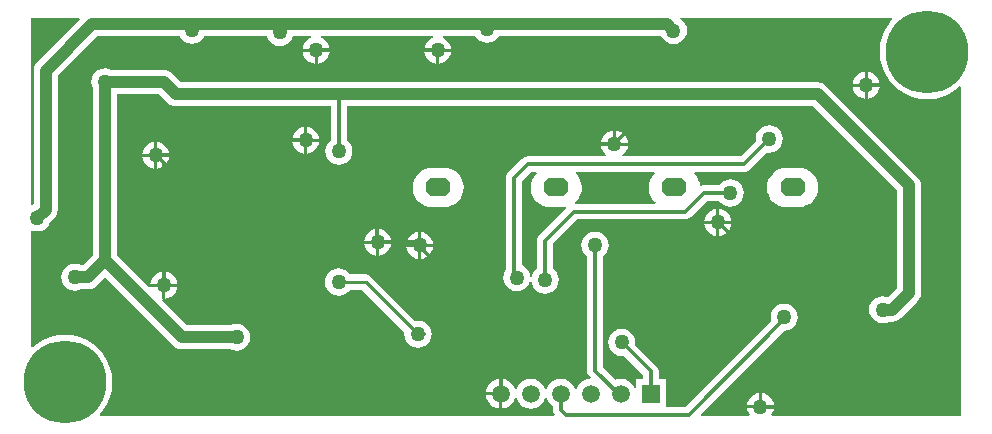
<source format=gbl>
%FSLAX25Y25*%
%MOIN*%
G70*
G01*
G75*
G04 Layer_Physical_Order=2*
G04 Layer_Color=16711680*
%ADD10R,0.05118X0.03937*%
%ADD11R,0.03937X0.05118*%
%ADD12R,0.04921X0.06299*%
%ADD13R,0.06299X0.04921*%
%ADD14R,0.04724X0.02559*%
%ADD15O,0.02362X0.09449*%
%ADD16R,0.02362X0.09449*%
%ADD17O,0.02362X0.08661*%
%ADD18R,0.02362X0.08661*%
%ADD19R,0.07284X0.04724*%
%ADD20O,0.15748X0.05906*%
%ADD21R,0.15748X0.05906*%
%ADD22O,0.15748X0.05906*%
%ADD23O,0.05906X0.15748*%
%ADD24R,0.05906X0.15748*%
%ADD25O,0.05906X0.15748*%
%ADD26C,0.01200*%
%ADD27C,0.03937*%
%ADD28C,0.01000*%
%ADD29C,0.02000*%
%ADD30C,0.03150*%
%ADD31C,0.00472*%
%ADD32C,0.27559*%
%ADD33C,0.05906*%
%ADD34R,0.05906X0.05906*%
G04:AMPARAMS|DCode=35|XSize=78.74mil|YSize=60mil|CornerRadius=0mil|HoleSize=0mil|Usage=FLASHONLY|Rotation=0.000|XOffset=0mil|YOffset=0mil|HoleType=Round|Shape=Octagon|*
%AMOCTAGOND35*
4,1,8,0.03937,-0.01500,0.03937,0.01500,0.02437,0.03000,-0.02437,0.03000,-0.03937,0.01500,-0.03937,-0.01500,-0.02437,-0.03000,0.02437,-0.03000,0.03937,-0.01500,0.0*
%
%ADD35OCTAGOND35*%

%ADD36C,0.05000*%
G36*
X18690Y309211D02*
X4444Y294964D01*
X3808Y294135D01*
X3525Y293453D01*
X3408Y293170D01*
X3271Y292134D01*
Y247676D01*
X2830Y247441D01*
X2602Y247593D01*
Y309673D01*
X18499D01*
X18690Y309211D01*
D02*
G37*
G36*
X289550Y309219D02*
X288355Y307819D01*
X287057Y305702D01*
X286107Y303407D01*
X285527Y300992D01*
X285332Y298516D01*
X285527Y296040D01*
X286107Y293624D01*
X287057Y291330D01*
X288355Y289212D01*
X289968Y287323D01*
X291857Y285710D01*
X293975Y284413D01*
X296269Y283462D01*
X298685Y282882D01*
X301161Y282687D01*
X303637Y282882D01*
X306052Y283462D01*
X308347Y284413D01*
X310464Y285710D01*
X311864Y286906D01*
X312318Y286696D01*
Y177122D01*
X249476D01*
X249255Y177571D01*
X249531Y177931D01*
X249984Y179025D01*
X250073Y179700D01*
X241127D01*
X241216Y179025D01*
X241669Y177931D01*
X241945Y177571D01*
X241724Y177122D01*
X225810D01*
X225619Y177584D01*
X253496Y205462D01*
X253500Y205461D01*
X254675Y205616D01*
X255769Y206069D01*
X256709Y206791D01*
X257431Y207731D01*
X257884Y208825D01*
X258039Y210000D01*
X257884Y211175D01*
X257431Y212269D01*
X256709Y213209D01*
X255769Y213931D01*
X254675Y214384D01*
X253500Y214539D01*
X252325Y214384D01*
X251231Y213931D01*
X250291Y213209D01*
X249569Y212269D01*
X249116Y211175D01*
X248961Y210000D01*
X249116Y208825D01*
X249212Y208594D01*
X220640Y180022D01*
X213993D01*
Y189453D01*
X211663D01*
Y191900D01*
X211663Y191900D01*
X211573Y192579D01*
X211311Y193211D01*
X210894Y193754D01*
X210894Y193754D01*
X203782Y200866D01*
X203879Y201600D01*
X203724Y202775D01*
X203271Y203869D01*
X202550Y204809D01*
X201610Y205531D01*
X200515Y205984D01*
X199340Y206139D01*
X198165Y205984D01*
X197071Y205531D01*
X196131Y204809D01*
X195409Y203869D01*
X194956Y202775D01*
X194801Y201600D01*
X194956Y200425D01*
X195409Y199331D01*
X196131Y198391D01*
X197071Y197669D01*
X198165Y197216D01*
X199340Y197061D01*
X200074Y197158D01*
X206418Y190814D01*
Y189453D01*
X204087D01*
Y186539D01*
X203597Y186441D01*
X203366Y186998D01*
X202572Y188032D01*
X201538Y188826D01*
X200333Y189325D01*
X199040Y189496D01*
X197747Y189325D01*
X197236Y189113D01*
X193063Y193286D01*
Y230340D01*
X193650Y230791D01*
X194371Y231731D01*
X194824Y232825D01*
X194979Y234000D01*
X194824Y235175D01*
X194371Y236269D01*
X193650Y237209D01*
X192710Y237931D01*
X191615Y238384D01*
X190440Y238539D01*
X189265Y238384D01*
X188171Y237931D01*
X187231Y237209D01*
X186509Y236269D01*
X186056Y235175D01*
X185901Y234000D01*
X186056Y232825D01*
X186509Y231731D01*
X187231Y230791D01*
X187818Y230340D01*
Y192200D01*
X187818Y192200D01*
X187907Y191521D01*
X188169Y190889D01*
X188586Y190346D01*
X188990Y189941D01*
X188830Y189468D01*
X187747Y189325D01*
X186542Y188826D01*
X185508Y188032D01*
X184714Y186998D01*
X184290Y185975D01*
X183790D01*
X183366Y186998D01*
X182572Y188032D01*
X181538Y188826D01*
X180333Y189325D01*
X179040Y189496D01*
X177747Y189325D01*
X176542Y188826D01*
X175508Y188032D01*
X174714Y186998D01*
X174290Y185975D01*
X173790D01*
X173366Y186998D01*
X172573Y188032D01*
X171538Y188826D01*
X170333Y189325D01*
X169040Y189496D01*
X167747Y189325D01*
X166542Y188826D01*
X165508Y188032D01*
X164714Y186998D01*
X164290Y185975D01*
X163790D01*
X163366Y186998D01*
X162573Y188032D01*
X161538Y188826D01*
X160333Y189325D01*
X159540Y189430D01*
Y184499D01*
Y179570D01*
X160333Y179675D01*
X161538Y180174D01*
X162573Y180968D01*
X163366Y182002D01*
X163790Y183025D01*
X164290D01*
X164714Y182002D01*
X165508Y180968D01*
X166542Y180174D01*
X167747Y179675D01*
X169040Y179505D01*
X170333Y179675D01*
X171538Y180174D01*
X172573Y180968D01*
X173366Y182002D01*
X173790Y183025D01*
X174290D01*
X174714Y182002D01*
X175508Y180968D01*
X176418Y180270D01*
Y179200D01*
X176418Y179200D01*
X176507Y178521D01*
X176769Y177889D01*
X177013Y177571D01*
X176792Y177122D01*
X25579D01*
X25369Y177576D01*
X26564Y178976D01*
X27862Y181094D01*
X28813Y183388D01*
X29392Y185803D01*
X29587Y188279D01*
X29392Y190756D01*
X28813Y193171D01*
X27862Y195465D01*
X26564Y197583D01*
X24951Y199472D01*
X23063Y201085D01*
X20945Y202383D01*
X18650Y203333D01*
X16235Y203913D01*
X13759Y204108D01*
X11283Y203913D01*
X8868Y203333D01*
X6573Y202383D01*
X4455Y201085D01*
X3056Y199890D01*
X2602Y200099D01*
Y238607D01*
X3018Y238885D01*
X3425Y238716D01*
X4600Y238561D01*
X5775Y238716D01*
X6869Y239169D01*
X7809Y239891D01*
X8531Y240831D01*
X8912Y241752D01*
X10104Y242944D01*
X10740Y243773D01*
X10975Y244338D01*
X11140Y244738D01*
X11277Y245774D01*
Y290476D01*
X24498Y303697D01*
X52059D01*
X52169Y303431D01*
X52891Y302491D01*
X53831Y301769D01*
X54925Y301316D01*
X56100Y301161D01*
X57275Y301316D01*
X58369Y301769D01*
X59309Y302491D01*
X60031Y303431D01*
X60141Y303697D01*
X81027D01*
X81469Y302631D01*
X82191Y301691D01*
X83131Y300969D01*
X84225Y300516D01*
X85400Y300361D01*
X86575Y300516D01*
X87669Y300969D01*
X88609Y301691D01*
X89331Y302631D01*
X89773Y303697D01*
X95800D01*
X95897Y303207D01*
X95231Y302931D01*
X94291Y302209D01*
X93569Y301269D01*
X93116Y300175D01*
X93027Y299500D01*
X101973D01*
X101884Y300175D01*
X101431Y301269D01*
X100709Y302209D01*
X99769Y302931D01*
X99103Y303207D01*
X99200Y303697D01*
X136300D01*
X136397Y303207D01*
X135731Y302931D01*
X134791Y302209D01*
X134069Y301269D01*
X133616Y300175D01*
X133527Y299500D01*
X142473D01*
X142384Y300175D01*
X141931Y301269D01*
X141209Y302209D01*
X140269Y302931D01*
X139603Y303207D01*
X139700Y303697D01*
X150595D01*
X151291Y302791D01*
X152231Y302069D01*
X153325Y301616D01*
X154500Y301461D01*
X155675Y301616D01*
X156769Y302069D01*
X157709Y302791D01*
X158405Y303697D01*
X212476D01*
X212669Y303231D01*
X213391Y302291D01*
X214331Y301569D01*
X215425Y301116D01*
X216600Y300961D01*
X217775Y301116D01*
X218869Y301569D01*
X219809Y302291D01*
X220531Y303231D01*
X220984Y304325D01*
X221139Y305500D01*
X220984Y306675D01*
X220531Y307769D01*
X219809Y308709D01*
X218869Y309431D01*
X218918Y309673D01*
X289341D01*
X289550Y309219D01*
D02*
G37*
%LPC*%
G36*
X132500Y238373D02*
Y234400D01*
X136473D01*
X136384Y235075D01*
X135931Y236169D01*
X135209Y237109D01*
X134269Y237831D01*
X133175Y238284D01*
X132500Y238373D01*
D02*
G37*
G36*
X117500Y239473D02*
X116825Y239384D01*
X115731Y238931D01*
X114791Y238209D01*
X114069Y237269D01*
X113616Y236175D01*
X113527Y235500D01*
X117500D01*
Y239473D01*
D02*
G37*
G36*
X131500Y238373D02*
X130825Y238284D01*
X129731Y237831D01*
X128791Y237109D01*
X128069Y236169D01*
X127616Y235075D01*
X127527Y234400D01*
X131500D01*
Y238373D01*
D02*
G37*
G36*
X117500Y234500D02*
X113527D01*
X113616Y233825D01*
X114069Y232731D01*
X114791Y231791D01*
X115731Y231069D01*
X116825Y230616D01*
X117500Y230527D01*
Y234500D01*
D02*
G37*
G36*
X122473D02*
X118500D01*
Y230527D01*
X119175Y230616D01*
X120269Y231069D01*
X121209Y231791D01*
X121931Y232731D01*
X122384Y233825D01*
X122473Y234500D01*
D02*
G37*
G36*
X230900Y246073D02*
X230225Y245984D01*
X229131Y245531D01*
X228191Y244809D01*
X227469Y243869D01*
X227016Y242775D01*
X226927Y242100D01*
X230900D01*
Y246073D01*
D02*
G37*
G36*
X231900D02*
Y242100D01*
X235873D01*
X235784Y242775D01*
X235331Y243869D01*
X234609Y244809D01*
X233669Y245531D01*
X232575Y245984D01*
X231900Y246073D01*
D02*
G37*
G36*
X235873Y241100D02*
X231900D01*
Y237127D01*
X232575Y237216D01*
X233669Y237669D01*
X234609Y238391D01*
X235331Y239331D01*
X235784Y240425D01*
X235873Y241100D01*
D02*
G37*
G36*
X118500Y239473D02*
Y235500D01*
X122473D01*
X122384Y236175D01*
X121931Y237269D01*
X121209Y238209D01*
X120269Y238931D01*
X119175Y239384D01*
X118500Y239473D01*
D02*
G37*
G36*
X230900Y241100D02*
X226927D01*
X227016Y240425D01*
X227469Y239331D01*
X228191Y238391D01*
X229131Y237669D01*
X230225Y237216D01*
X230900Y237127D01*
Y241100D01*
D02*
G37*
G36*
X158540Y189430D02*
X157747Y189325D01*
X156542Y188826D01*
X155508Y188032D01*
X154714Y186998D01*
X154215Y185793D01*
X154111Y185000D01*
X158540D01*
Y189430D01*
D02*
G37*
G36*
X104970Y226239D02*
X103795Y226084D01*
X102700Y225631D01*
X101760Y224909D01*
X101039Y223969D01*
X100586Y222875D01*
X100431Y221700D01*
X100586Y220525D01*
X101039Y219431D01*
X101760Y218491D01*
X102700Y217769D01*
X103795Y217316D01*
X104970Y217161D01*
X106145Y217316D01*
X107239Y217769D01*
X108179Y218491D01*
X108686Y219151D01*
X112884D01*
X126910Y205125D01*
X126801Y204300D01*
X126956Y203125D01*
X127409Y202031D01*
X128131Y201091D01*
X129071Y200369D01*
X130165Y199916D01*
X131340Y199761D01*
X132515Y199916D01*
X133610Y200369D01*
X134550Y201091D01*
X135271Y202031D01*
X135724Y203125D01*
X135751Y203325D01*
X135873Y203621D01*
X135963Y204300D01*
X135873Y204979D01*
X135751Y205275D01*
X135724Y205475D01*
X135271Y206569D01*
X134550Y207509D01*
X133610Y208231D01*
X132515Y208684D01*
X131340Y208839D01*
X130515Y208730D01*
X115743Y223502D01*
X114916Y224055D01*
X113940Y224249D01*
X108686D01*
X108179Y224909D01*
X107239Y225631D01*
X106145Y226084D01*
X104970Y226239D01*
D02*
G37*
G36*
X246100Y184673D02*
Y180700D01*
X250073D01*
X249984Y181375D01*
X249531Y182469D01*
X248809Y183409D01*
X247869Y184131D01*
X246775Y184584D01*
X246100Y184673D01*
D02*
G37*
G36*
X158540Y184000D02*
X154111D01*
X154215Y183207D01*
X154714Y182002D01*
X155508Y180968D01*
X156542Y180174D01*
X157747Y179675D01*
X158540Y179570D01*
Y184000D01*
D02*
G37*
G36*
X245100Y184673D02*
X244425Y184584D01*
X243331Y184131D01*
X242391Y183409D01*
X241669Y182469D01*
X241216Y181375D01*
X241127Y180700D01*
X245100D01*
Y184673D01*
D02*
G37*
G36*
X51210Y220163D02*
X47237D01*
Y216190D01*
X47912Y216279D01*
X49006Y216732D01*
X49946Y217454D01*
X50668Y218394D01*
X51121Y219488D01*
X51210Y220163D01*
D02*
G37*
G36*
X131500Y233400D02*
X127527D01*
X127616Y232725D01*
X128069Y231631D01*
X128791Y230691D01*
X129731Y229969D01*
X130825Y229516D01*
X131500Y229427D01*
Y233400D01*
D02*
G37*
G36*
X136473D02*
X132500D01*
Y229427D01*
X133175Y229516D01*
X134269Y229969D01*
X135209Y230691D01*
X135931Y231631D01*
X136384Y232725D01*
X136473Y233400D01*
D02*
G37*
G36*
X47237Y225136D02*
Y221163D01*
X51210D01*
X51121Y221838D01*
X50668Y222932D01*
X49946Y223872D01*
X49006Y224594D01*
X47912Y225047D01*
X47237Y225136D01*
D02*
G37*
G36*
X27140Y292939D02*
X25965Y292784D01*
X24871Y292331D01*
X23931Y291609D01*
X23209Y290669D01*
X22756Y289575D01*
X22601Y288400D01*
X22756Y287225D01*
X23137Y286304D01*
Y265200D01*
Y230658D01*
X19782Y227303D01*
X19196D01*
X18275Y227684D01*
X17100Y227839D01*
X15925Y227684D01*
X14831Y227231D01*
X13891Y226509D01*
X13169Y225569D01*
X12716Y224475D01*
X12561Y223300D01*
X12716Y222125D01*
X13169Y221031D01*
X13891Y220091D01*
X14831Y219369D01*
X15925Y218916D01*
X17100Y218761D01*
X18275Y218916D01*
X19196Y219297D01*
X21440D01*
X22476Y219434D01*
X22759Y219551D01*
X23441Y219833D01*
X24271Y220470D01*
X27140Y223339D01*
X50010Y200470D01*
X50839Y199834D01*
X51521Y199551D01*
X51804Y199434D01*
X52840Y199297D01*
X68845D01*
X69765Y198916D01*
X70940Y198761D01*
X72115Y198916D01*
X73210Y199369D01*
X74150Y200091D01*
X74871Y201031D01*
X75324Y202125D01*
X75479Y203300D01*
X75324Y204475D01*
X74871Y205569D01*
X74150Y206509D01*
X73210Y207231D01*
X72115Y207684D01*
X70940Y207839D01*
X69765Y207684D01*
X68845Y207303D01*
X54498D01*
X46066Y215735D01*
X46287Y216183D01*
X46237Y216190D01*
Y220163D01*
X42264D01*
X42257Y220213D01*
X41809Y219992D01*
X31143Y230658D01*
Y265200D01*
Y284397D01*
X45042D01*
X47970Y281470D01*
X48799Y280834D01*
X49364Y280599D01*
X49764Y280434D01*
X50800Y280297D01*
X102418D01*
Y268960D01*
X101831Y268509D01*
X101109Y267569D01*
X100656Y266475D01*
X100501Y265300D01*
X100656Y264125D01*
X101109Y263031D01*
X101831Y262091D01*
X102771Y261369D01*
X103865Y260916D01*
X105040Y260761D01*
X106215Y260916D01*
X107310Y261369D01*
X108250Y262091D01*
X108971Y263031D01*
X109424Y264125D01*
X109579Y265300D01*
X109424Y266475D01*
X108971Y267569D01*
X108250Y268509D01*
X107663Y268960D01*
Y280297D01*
X263042D01*
X291097Y252242D01*
Y219658D01*
X288075Y216636D01*
X287475Y216884D01*
X286300Y217039D01*
X285125Y216884D01*
X284031Y216431D01*
X283091Y215709D01*
X282369Y214769D01*
X281916Y213675D01*
X281761Y212500D01*
X281916Y211325D01*
X282369Y210231D01*
X283091Y209291D01*
X284031Y208569D01*
X285125Y208116D01*
X286300Y207961D01*
X287475Y208116D01*
X288396Y208497D01*
X289600D01*
X290636Y208634D01*
X290919Y208751D01*
X291601Y209033D01*
X292430Y209670D01*
X297930Y215170D01*
X298567Y215999D01*
X298966Y216964D01*
X299103Y218000D01*
Y253900D01*
X298966Y254936D01*
X298849Y255219D01*
X298567Y255901D01*
X297930Y256730D01*
X267530Y287130D01*
X266701Y287767D01*
X266019Y288049D01*
X265736Y288166D01*
X264700Y288303D01*
X52458D01*
X49530Y291230D01*
X48701Y291866D01*
X48019Y292149D01*
X47736Y292266D01*
X46700Y292403D01*
X29236D01*
X28315Y292784D01*
X27140Y292939D01*
D02*
G37*
G36*
X46237Y225136D02*
X45562Y225047D01*
X44468Y224594D01*
X43528Y223872D01*
X42806Y222932D01*
X42353Y221838D01*
X42264Y221163D01*
X46237D01*
Y225136D01*
D02*
G37*
G36*
X140057Y259823D02*
X136120Y259775D01*
X134842Y259633D01*
X133616Y259245D01*
X132490Y258625D01*
X131506Y257797D01*
X130702Y256793D01*
X130110Y255652D01*
X129752Y254417D01*
X129641Y253136D01*
X129783Y251858D01*
X130171Y250632D01*
X130791Y249506D01*
X131619Y248522D01*
X132623Y247718D01*
X133764Y247126D01*
X134999Y246768D01*
X136280Y246657D01*
X140217Y246706D01*
X141495Y246847D01*
X142721Y247235D01*
X143847Y247855D01*
X144831Y248683D01*
X145635Y249687D01*
X146227Y250828D01*
X146585Y252063D01*
X146695Y253344D01*
X146554Y254622D01*
X146166Y255848D01*
X145546Y256975D01*
X144718Y257959D01*
X143714Y258762D01*
X142573Y259354D01*
X141338Y259713D01*
X140057Y259823D01*
D02*
G37*
G36*
X285273Y286800D02*
X281300D01*
Y282827D01*
X281975Y282916D01*
X283069Y283369D01*
X284009Y284091D01*
X284731Y285031D01*
X285184Y286125D01*
X285273Y286800D01*
D02*
G37*
G36*
X280300Y291773D02*
X279625Y291684D01*
X278531Y291231D01*
X277591Y290509D01*
X276869Y289569D01*
X276416Y288475D01*
X276327Y287800D01*
X280300D01*
Y291773D01*
D02*
G37*
G36*
Y286800D02*
X276327D01*
X276416Y286125D01*
X276869Y285031D01*
X277591Y284091D01*
X278531Y283369D01*
X279625Y282916D01*
X280300Y282827D01*
Y286800D01*
D02*
G37*
G36*
X93500Y273473D02*
X92825Y273384D01*
X91731Y272931D01*
X90791Y272209D01*
X90069Y271269D01*
X89616Y270175D01*
X89527Y269500D01*
X93500D01*
Y273473D01*
D02*
G37*
G36*
X94500D02*
Y269500D01*
X98473D01*
X98384Y270175D01*
X97931Y271269D01*
X97209Y272209D01*
X96269Y272931D01*
X95175Y273384D01*
X94500Y273473D01*
D02*
G37*
G36*
X137500Y298500D02*
X133527D01*
X133616Y297825D01*
X134069Y296731D01*
X134791Y295791D01*
X135731Y295069D01*
X136825Y294616D01*
X137500Y294527D01*
Y298500D01*
D02*
G37*
G36*
X142473D02*
X138500D01*
Y294527D01*
X139175Y294616D01*
X140269Y295069D01*
X141209Y295791D01*
X141931Y296731D01*
X142384Y297825D01*
X142473Y298500D01*
D02*
G37*
G36*
X101973D02*
X98000D01*
Y294527D01*
X98675Y294616D01*
X99769Y295069D01*
X100709Y295791D01*
X101431Y296731D01*
X101884Y297825D01*
X101973Y298500D01*
D02*
G37*
G36*
X281300Y291773D02*
Y287800D01*
X285273D01*
X285184Y288475D01*
X284731Y289569D01*
X284009Y290509D01*
X283069Y291231D01*
X281975Y291684D01*
X281300Y291773D01*
D02*
G37*
G36*
X97000Y298500D02*
X93027D01*
X93116Y297825D01*
X93569Y296731D01*
X94291Y295791D01*
X95231Y295069D01*
X96325Y294616D01*
X97000Y294527D01*
Y298500D01*
D02*
G37*
G36*
X197400Y272173D02*
Y268200D01*
X201373D01*
X201284Y268875D01*
X200831Y269969D01*
X200109Y270909D01*
X199169Y271631D01*
X198075Y272084D01*
X197400Y272173D01*
D02*
G37*
G36*
X248500Y273949D02*
X247325Y273794D01*
X246231Y273341D01*
X245291Y272620D01*
X244569Y271680D01*
X244116Y270585D01*
X243961Y269410D01*
X244058Y268677D01*
X239003Y263622D01*
X199756D01*
X199595Y264096D01*
X200109Y264491D01*
X200831Y265431D01*
X201284Y266525D01*
X201373Y267200D01*
X192427D01*
X192516Y266525D01*
X192969Y265431D01*
X193691Y264491D01*
X194205Y264096D01*
X194044Y263622D01*
X167940D01*
X167940Y263622D01*
X167261Y263533D01*
X166629Y263271D01*
X166086Y262854D01*
X166086Y262854D01*
X161586Y258354D01*
X161169Y257811D01*
X160907Y257179D01*
X160818Y256500D01*
X160818Y256500D01*
Y226002D01*
X160409Y225469D01*
X159956Y224375D01*
X159801Y223200D01*
X159956Y222025D01*
X160409Y220931D01*
X161131Y219991D01*
X162071Y219269D01*
X163165Y218816D01*
X164340Y218661D01*
X165515Y218816D01*
X166610Y219269D01*
X167550Y219991D01*
X168271Y220931D01*
X168724Y222025D01*
X168737Y222125D01*
X169237D01*
X169356Y221225D01*
X169809Y220131D01*
X170531Y219191D01*
X171471Y218469D01*
X172565Y218016D01*
X173740Y217861D01*
X174915Y218016D01*
X176010Y218469D01*
X176950Y219191D01*
X177671Y220131D01*
X178124Y221225D01*
X178279Y222400D01*
X178124Y223575D01*
X177671Y224669D01*
X176950Y225609D01*
X176363Y226060D01*
Y234414D01*
X184526Y242578D01*
X220439D01*
X220439Y242578D01*
X221117Y242667D01*
X221750Y242929D01*
X222293Y243346D01*
X227725Y248778D01*
X231880D01*
X232331Y248191D01*
X233271Y247469D01*
X234365Y247016D01*
X235540Y246861D01*
X236715Y247016D01*
X237810Y247469D01*
X238750Y248191D01*
X239471Y249131D01*
X239924Y250225D01*
X240079Y251400D01*
X239924Y252575D01*
X239471Y253669D01*
X238750Y254609D01*
X237810Y255331D01*
X236715Y255784D01*
X235540Y255939D01*
X234365Y255784D01*
X233271Y255331D01*
X232331Y254609D01*
X231880Y254022D01*
X226639D01*
X225960Y253933D01*
X225781Y253859D01*
X225350Y254113D01*
X225294Y254622D01*
X224906Y255848D01*
X224286Y256975D01*
X223458Y257959D01*
X223605Y258378D01*
X240090D01*
X240090Y258378D01*
X240769Y258467D01*
X241401Y258729D01*
X241944Y259146D01*
X247766Y264968D01*
X248500Y264871D01*
X249675Y265026D01*
X250769Y265479D01*
X251709Y266201D01*
X252431Y267141D01*
X252884Y268235D01*
X253039Y269410D01*
X252884Y270585D01*
X252431Y271680D01*
X251709Y272620D01*
X250769Y273341D01*
X249675Y273794D01*
X248500Y273949D01*
D02*
G37*
G36*
X43500Y268473D02*
X42825Y268384D01*
X41731Y267931D01*
X40791Y267209D01*
X40069Y266269D01*
X39616Y265175D01*
X39527Y264500D01*
X43500D01*
Y268473D01*
D02*
G37*
G36*
X48473Y263500D02*
X44500D01*
Y259527D01*
X45175Y259616D01*
X46269Y260069D01*
X47209Y260791D01*
X47931Y261731D01*
X48384Y262825D01*
X48473Y263500D01*
D02*
G37*
G36*
X258167Y259823D02*
X254230Y259775D01*
X252952Y259633D01*
X251727Y259245D01*
X250600Y258625D01*
X249616Y257797D01*
X248813Y256793D01*
X248220Y255652D01*
X247862Y254417D01*
X247752Y253136D01*
X247893Y251858D01*
X248282Y250632D01*
X248902Y249506D01*
X249729Y248522D01*
X250733Y247718D01*
X251874Y247126D01*
X253110Y246768D01*
X254391Y246657D01*
X258327Y246706D01*
X259605Y246847D01*
X260831Y247235D01*
X261958Y247855D01*
X262941Y248683D01*
X263745Y249687D01*
X264337Y250828D01*
X264695Y252063D01*
X264806Y253344D01*
X264664Y254622D01*
X264276Y255848D01*
X263656Y256975D01*
X262828Y257959D01*
X261824Y258762D01*
X260683Y259354D01*
X259448Y259713D01*
X258167Y259823D01*
D02*
G37*
G36*
X43500Y263500D02*
X39527D01*
X39616Y262825D01*
X40069Y261731D01*
X40791Y260791D01*
X41731Y260069D01*
X42825Y259616D01*
X43500Y259527D01*
Y263500D01*
D02*
G37*
G36*
X98473Y268500D02*
X94500D01*
Y264527D01*
X95175Y264616D01*
X96269Y265069D01*
X97209Y265791D01*
X97931Y266731D01*
X98384Y267825D01*
X98473Y268500D01*
D02*
G37*
G36*
X196400Y272173D02*
X195725Y272084D01*
X194631Y271631D01*
X193691Y270909D01*
X192969Y269969D01*
X192516Y268875D01*
X192427Y268200D01*
X196400D01*
Y272173D01*
D02*
G37*
G36*
X44500Y268473D02*
Y264500D01*
X48473D01*
X48384Y265175D01*
X47931Y266269D01*
X47209Y267209D01*
X46269Y267931D01*
X45175Y268384D01*
X44500Y268473D01*
D02*
G37*
G36*
X93500Y268500D02*
X89527D01*
X89616Y267825D01*
X90069Y266731D01*
X90791Y265791D01*
X91731Y265069D01*
X92825Y264616D01*
X93500Y264527D01*
Y268500D01*
D02*
G37*
%LPD*%
G36*
X210378Y257908D02*
X210246Y257797D01*
X209442Y256793D01*
X208850Y255652D01*
X208492Y254417D01*
X208382Y253136D01*
X208523Y251858D01*
X208912Y250632D01*
X209531Y249506D01*
X210359Y248522D01*
X210644Y248294D01*
X210478Y247822D01*
X183908D01*
X183737Y248292D01*
X184201Y248683D01*
X185005Y249687D01*
X185597Y250828D01*
X185955Y252063D01*
X186066Y253344D01*
X185924Y254622D01*
X185536Y255848D01*
X184916Y256975D01*
X184088Y257959D01*
X184235Y258378D01*
X210206D01*
X210378Y257908D01*
D02*
G37*
G36*
X171008D02*
X170876Y257797D01*
X170072Y256793D01*
X169480Y255652D01*
X169122Y254417D01*
X169012Y253136D01*
X169153Y251858D01*
X169542Y250632D01*
X170161Y249506D01*
X170989Y248522D01*
X171993Y247718D01*
X173134Y247126D01*
X174369Y246768D01*
X175650Y246657D01*
X179587Y246706D01*
X180692Y246828D01*
X180909Y246377D01*
X171886Y237354D01*
X171469Y236811D01*
X171207Y236179D01*
X171118Y235500D01*
X171118Y235500D01*
Y226060D01*
X170531Y225609D01*
X169809Y224669D01*
X169356Y223575D01*
X169343Y223475D01*
X168843D01*
X168724Y224375D01*
X168271Y225469D01*
X167550Y226409D01*
X166610Y227131D01*
X166063Y227357D01*
Y255414D01*
X169026Y258378D01*
X170836D01*
X171008Y257908D01*
D02*
G37*
D26*
X130440Y235160D02*
X159040Y206560D01*
X117840Y235160D02*
X130440D01*
X57000Y269000D02*
X94000D01*
X52000Y264000D02*
X57000Y269000D01*
X44000Y264000D02*
X52000D01*
X117840Y235160D02*
Y257440D01*
X44000Y264000D02*
X46737Y261263D01*
Y220663D02*
Y261263D01*
X105040Y265300D02*
Y284300D01*
X163440Y256500D02*
X167940Y261000D01*
X240090D02*
X248500Y269410D01*
X167940Y261000D02*
X240090D01*
X221726Y177400D02*
X253913Y209587D01*
X180840Y177400D02*
X221726D01*
X163440Y222900D02*
Y256500D01*
X173740Y222400D02*
Y235500D01*
X179040Y179200D02*
X180840Y177400D01*
X173740Y222300D02*
Y222400D01*
X226639Y251400D02*
X235540D01*
X131340Y204300D02*
X133340D01*
X190440Y192200D02*
X199040Y183600D01*
X179040Y179200D02*
Y184500D01*
X190440Y192200D02*
Y234000D01*
X27140Y265200D02*
X27240Y265300D01*
X209040Y184500D02*
Y191900D01*
X199340Y201600D02*
X209040Y191900D01*
X280800Y287300D02*
X285700D01*
X304400Y268600D01*
Y210800D02*
Y268600D01*
X283150Y189550D02*
X304400Y210800D01*
X159040Y184500D02*
Y206560D01*
X173740Y235500D02*
X183440Y245200D01*
X220439D01*
X226639Y251400D01*
X128100Y267700D02*
X196900D01*
X117840Y257440D02*
X128100Y267700D01*
X245600Y180200D02*
X273700D01*
X283000Y189500D01*
X196900Y267700D02*
X206900Y277700D01*
X255500D01*
X273100Y260100D01*
Y214100D02*
Y260100D01*
X231400Y241600D02*
X266000Y207000D01*
X273100Y214100D01*
X97500Y299000D02*
X138000D01*
D27*
X105040Y284300D02*
X264700D01*
X50800D02*
X105040D01*
X22840Y307700D02*
X214400D01*
X7274Y292134D02*
X22840Y307700D01*
X7274Y245774D02*
Y292134D01*
X17100Y223300D02*
X21440D01*
X27140Y229000D01*
X4600Y243100D02*
X7274Y245774D01*
X52840Y203300D02*
X70940D01*
X27140Y229000D02*
X52840Y203300D01*
X27140Y229000D02*
Y265200D01*
Y288400D01*
X46700D01*
X289600Y212500D02*
X295100Y218000D01*
X286300Y212500D02*
X289600D01*
X46700Y288400D02*
X50800Y284300D01*
X264700D02*
X295100Y253900D01*
Y218000D02*
Y253900D01*
X214400Y307700D02*
X216600Y305500D01*
D28*
X113940Y221700D02*
X131340Y204300D01*
X104970Y221700D02*
X113940D01*
D32*
X301161Y298516D02*
D03*
X13759Y188279D02*
D03*
D33*
X159040Y184500D02*
D03*
X169040D02*
D03*
X179040D02*
D03*
X189040D02*
D03*
X199040D02*
D03*
D34*
X209040D02*
D03*
D35*
X256279Y253240D02*
D03*
X216909D02*
D03*
X177539D02*
D03*
X138169D02*
D03*
D36*
X94000Y269000D02*
D03*
X118000Y235000D02*
D03*
X44000Y264000D02*
D03*
X46737Y220663D02*
D03*
X248500Y269410D02*
D03*
X70940Y203300D02*
D03*
X199340Y201600D02*
D03*
X164340Y223200D02*
D03*
X173740Y222400D02*
D03*
X235540Y251400D02*
D03*
X131340Y204300D02*
D03*
X105040Y265300D02*
D03*
X190440Y234000D02*
D03*
X27140Y288400D02*
D03*
X4600Y243100D02*
D03*
X17100Y223300D02*
D03*
X104970Y221700D02*
D03*
X56100Y305700D02*
D03*
X85400Y304900D02*
D03*
X216600Y305500D02*
D03*
X253500Y210000D02*
D03*
X286300Y212500D02*
D03*
X245600Y180200D02*
D03*
X231400Y241600D02*
D03*
X280800Y287300D02*
D03*
X196900Y267700D02*
D03*
X154500Y306000D02*
D03*
X132000Y233900D02*
D03*
X138000Y299000D02*
D03*
X97500D02*
D03*
M02*

</source>
